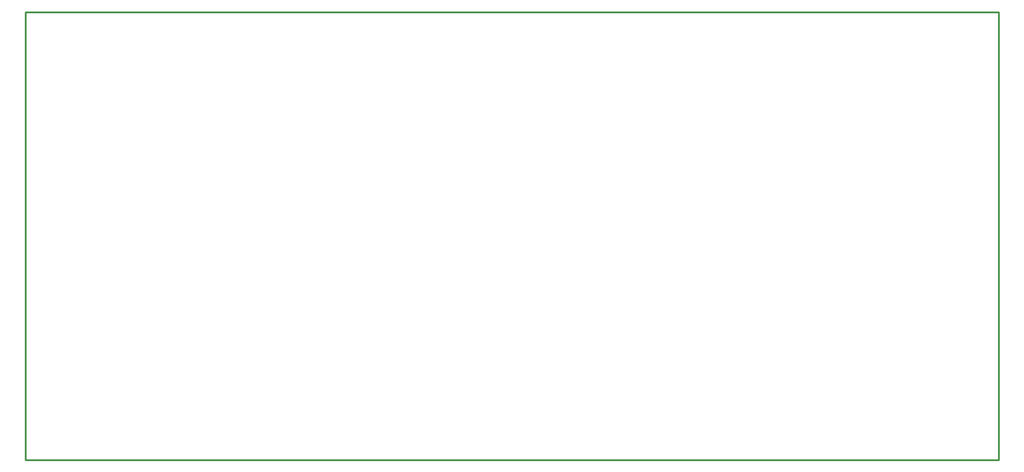
<source format=gm1>
G04*
G04 #@! TF.GenerationSoftware,Altium Limited,Altium Designer,19.1.5 (86)*
G04*
G04 Layer_Color=16711935*
%FSLAX24Y24*%
%MOIN*%
G70*
G01*
G75*
%ADD10C,0.0100*%
D10*
X-0Y24700D02*
X53650D01*
X-0D02*
X0Y0D01*
X53650Y24700D02*
X53650Y0D01*
X0D02*
X53650D01*
M02*

</source>
